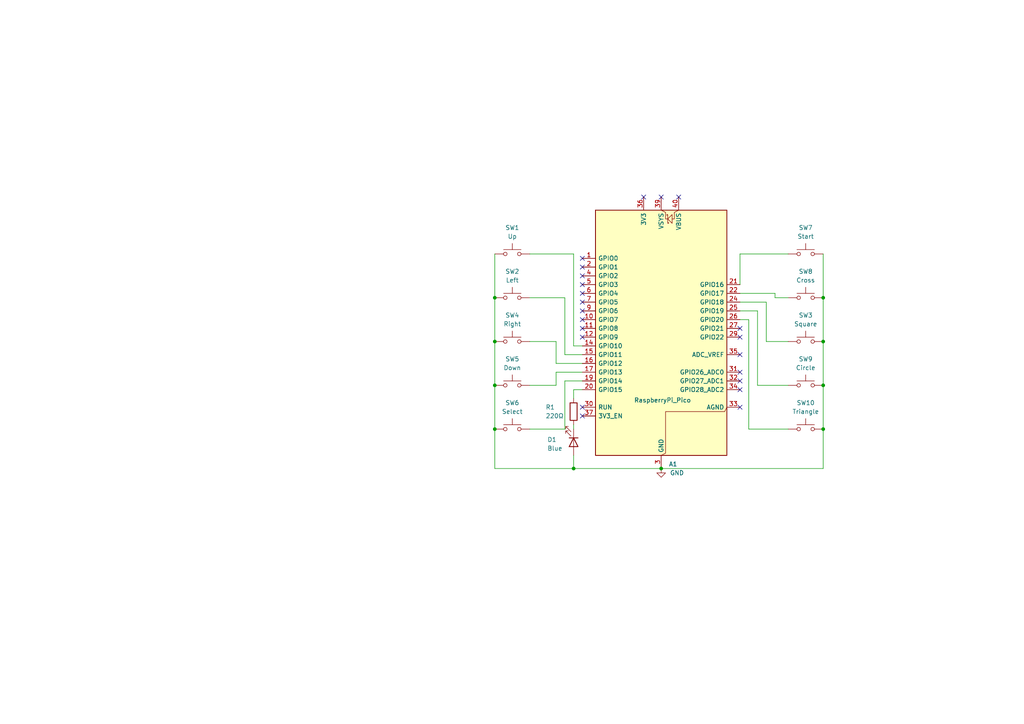
<source format=kicad_sch>
(kicad_sch (version 20231120) (generator "eeschema") (generator_version "8.0")
  (paper "A4")
  (title_block (title "Manette") (rev "0") (company "ICE EFREI"))
  (lib_symbols
    (symbol "Device:LED" (pin_numbers hide) (pin_names (offset 1.016) hide)
      (property "Reference" "D" (at 0 2.54 0))
      (property "Value" "LED" (at 0 -2.54 0))
      (symbol "LED_0_1"
        (polyline (pts (xy -1.27 -1.27) (xy -1.27 1.27)) (stroke (width 0.254)))
        (polyline (pts (xy -1.27 0) (xy 1.27 0)))
        (polyline (pts (xy 1.27 -1.27) (xy 1.27 1.27) (xy -1.27 0) (xy 1.27 -1.27)) (stroke (width 0.254)))
        (polyline (pts (xy -3.048 -0.762) (xy -4.572 -2.286) (xy -3.81 -2.286) (xy -4.572 -2.286) (xy -4.572 -1.524)))
        (polyline (pts (xy -1.778 -0.762) (xy -3.302 -2.286) (xy -2.54 -2.286) (xy -3.302 -2.286) (xy -3.302 -1.524)))
      )
      (symbol "LED_1_1"
        (pin passive line (at -3.81 0 0) (length 2.54) (name "K") (number "1"))
        (pin passive line (at 3.81 0 180) (length 2.54) (name "A") (number "2"))
      )
    )
    (symbol "Device:R" (pin_numbers hide) (pin_names (offset 0))
      (property "Reference" "R" (at 2.032 0 90))
      (property "Value" "R" (at 0 0 90))
      (symbol "R_0_1"
        (rectangle (start -1.016 -2.54) (end 1.016 2.54) (stroke (width 0.254)))
      )
      (symbol "R_1_1"
        (pin passive line (at 0 3.81 270) (length 1.27) (name "~") (number "1"))
        (pin passive line (at 0 -3.81 90) (length 1.27) (name "~") (number "2"))
      )
    )
    (symbol "MCU_Module_RaspberryPi_Pico:RaspberryPi_Pico" (pin_names (offset 0.762))
      (property "Reference" "A" (at -19.05 38.1 0))
      (property "Value" "RaspberryPi_Pico" (at 7.62 38.1 0))
      (symbol "RaspberryPi_Pico_0_1"
        (rectangle (start -19.05 36.83) (end 19.05 -34.29) (stroke (width 0.254)) (fill (type background)))
        (polyline (pts (xy 0 36.83) (xy 1.27 36.195) (xy 1.27 34.29) (xy 1.905 34.29)))
        (polyline (pts (xy 1.905 34.29) (xy 3.175 35.56) (xy 3.175 33.02) (xy 1.905 34.29)))
        (polyline (pts (xy 5.08 36.83) (xy 3.81 36.195) (xy 3.81 34.29) (xy 3.175 34.29)))
        (polyline (pts (xy 0 -34.29) (xy 1.27 -33.655) (xy 1.27 -21.59) (xy 18.415 -21.59) (xy 19.05 -20.32)))
        (polyline (pts (xy 1.651 35.306) (xy 1.651 35.56) (xy 1.905 35.56) (xy 1.905 33.02) (xy 2.159 33.02) (xy 2.159 33.274)))
      )
      (symbol "RaspberryPi_Pico_1_1"
        (pin bidirectional line (at -22.86 22.86 0) (length 3.81) (name "GPIO0") (number "1"))
        (pin bidirectional line (at -22.86 5.08 0) (length 3.81) (name "GPIO7") (number "10"))
        (pin bidirectional line (at -22.86 2.54 0) (length 3.81) (name "GPIO8") (number "11"))
        (pin bidirectional line (at -22.86 0 0) (length 3.81) (name "GPIO9") (number "12"))
        (pin passive line (at 0 -38.1 90) (length 3.81) hide (name "GND") (number "13"))
        (pin bidirectional line (at -22.86 -2.54 0) (length 3.81) (name "GPIO10") (number "14"))
        (pin bidirectional line (at -22.86 -5.08 0) (length 3.81) (name "GPIO11") (number "15"))
        (pin bidirectional line (at -22.86 -7.62 0) (length 3.81) (name "GPIO12") (number "16"))
        (pin bidirectional line (at -22.86 -10.16 0) (length 3.81) (name "GPIO13") (number "17"))
        (pin passive line (at 0 -38.1 90) (length 3.81) hide (name "GND") (number "18"))
        (pin bidirectional line (at -22.86 -12.7 0) (length 3.81) (name "GPIO14") (number "19"))
        (pin bidirectional line (at -22.86 20.32 0) (length 3.81) (name "GPIO1") (number "2"))
        (pin bidirectional line (at -22.86 -15.24 0) (length 3.81) (name "GPIO15") (number "20"))
        (pin bidirectional line (at 22.86 15.24 180) (length 3.81) (name "GPIO16") (number "21"))
        (pin bidirectional line (at 22.86 12.7 180) (length 3.81) (name "GPIO17") (number "22"))
        (pin passive line (at 0 -38.1 90) (length 3.81) hide (name "GND") (number "23"))
        (pin bidirectional line (at 22.86 10.16 180) (length 3.81) (name "GPIO18") (number "24"))
        (pin bidirectional line (at 22.86 7.62 180) (length 3.81) (name "GPIO19") (number "25"))
        (pin bidirectional line (at 22.86 5.08 180) (length 3.81) (name "GPIO20") (number "26"))
        (pin bidirectional line (at 22.86 2.54 180) (length 3.81) (name "GPIO21") (number "27"))
        (pin passive line (at 0 -38.1 90) (length 3.81) hide (name "GND") (number "28"))
        (pin bidirectional line (at 22.86 0 180) (length 3.81) (name "GPIO22") (number "29"))
        (pin power_out line (at 0 -38.1 90) (length 3.81) (name "GND") (number "3"))
        (pin input line (at -22.86 -20.32 0) (length 3.81) (name "RUN") (number "30"))
        (pin bidirectional line (at 22.86 -10.16 180) (length 3.81) (name "GPIO26_ADC0") (number "31"))
        (pin bidirectional line (at 22.86 -12.7 180) (length 3.81) (name "GPIO27_ADC1") (number "32"))
        (pin power_out line (at 22.86 -20.32 180) (length 3.81) (name "AGND") (number "33"))
        (pin bidirectional line (at 22.86 -15.24 180) (length 3.81) (name "GPIO28_ADC2") (number "34"))
        (pin power_in line (at 22.86 -5.08 180) (length 3.81) (name "ADC_VREF") (number "35"))
        (pin power_out line (at -5.08 40.64 270) (length 3.81) (name "3V3") (number "36"))
        (pin input line (at -22.86 -22.86 0) (length 3.81) (name "3V3_EN") (number "37"))
        (pin passive line (at 0 -38.1 90) (length 3.81) hide (name "GND") (number "38"))
        (pin power_in line (at 0 40.64 270) (length 3.81) (name "VSYS") (number "39"))
        (pin bidirectional line (at -22.86 17.78 0) (length 3.81) (name "GPIO2") (number "4"))
        (pin power_out line (at 5.08 40.64 270) (length 3.81) (name "VBUS") (number "40"))
        (pin bidirectional line (at -22.86 15.24 0) (length 3.81) (name "GPIO3") (number "5"))
        (pin bidirectional line (at -22.86 12.7 0) (length 3.81) (name "GPIO4") (number "6"))
        (pin bidirectional line (at -22.86 10.16 0) (length 3.81) (name "GPIO5") (number "7"))
        (pin passive line (at 0 -38.1 90) (length 3.81) hide (name "GND") (number "8"))
        (pin bidirectional line (at -22.86 7.62 0) (length 3.81) (name "GPIO6") (number "9"))
      )
    )
    (symbol "Switch:SW_Push" (pin_numbers hide) (pin_names (offset 1.016) hide)
      (property "Reference" "SW" (at 1.27 2.54 0))
      (property "Value" "SW_Push" (at 0 -1.524 0))
      (symbol "SW_Push_0_1"
        (circle (center -2.032 0) (radius 0.508))
        (polyline (pts (xy 0 1.27) (xy 0 3.048)))
        (polyline (pts (xy 2.54 1.27) (xy -2.54 1.27)))
        (circle (center 2.032 0) (radius 0.508))
        (pin passive line (at -5.08 0 0) (length 2.54) (name "1") (number "1"))
        (pin passive line (at 5.08 0 180) (length 2.54) (name "2") (number "2"))
      )
    )
    (symbol "power:GND" (power) (pin_numbers hide) (pin_names (offset 0) hide)
      (property "Value" "GND" (at 0 -3.81 0))
      (symbol "GND_0_1"
        (polyline (pts (xy 0 0) (xy 0 -1.27) (xy 1.27 -1.27) (xy 0 -2.54) (xy -1.27 -1.27) (xy 0 -1.27)))
      )
      (symbol "GND_1_1"
        (pin power_in line (at 0 0 270) (length 0) (name "~") (number "1"))
      )
    )
  )
  (junction (at 143.51 99.06))
  (junction (at 143.51 86.36))
  (junction (at 143.51 124.46))
  (junction (at 238.76 99.06))
  (junction (at 143.51 111.76))
  (junction (at 238.76 86.36))
  (junction (at 238.76 111.76))
  (junction (at 238.76 124.46))
  (junction (at 191.77 135.89))
  (junction (at 166.37 135.89))
  (no_connect (at 168.91 120.65))
  (no_connect (at 168.91 77.47))
  (no_connect (at 214.63 95.25))
  (no_connect (at 168.91 87.63))
  (no_connect (at 214.63 107.95))
  (no_connect (at 168.91 74.93))
  (no_connect (at 168.91 95.25))
  (no_connect (at 168.91 85.09))
  (no_connect (at 214.63 110.49))
  (no_connect (at 168.91 118.11))
  (no_connect (at 214.63 113.03))
  (no_connect (at 168.91 90.17))
  (no_connect (at 214.63 97.79))
  (no_connect (at 168.91 80.01))
  (no_connect (at 214.63 118.11))
  (no_connect (at 214.63 102.87))
  (no_connect (at 168.91 92.71))
  (no_connect (at 168.91 82.55))
  (no_connect (at 191.77 57.15))
  (no_connect (at 168.91 97.79))
  (no_connect (at 196.85 57.15))
  (no_connect (at 186.69 57.15))
  (wire (pts (xy 219.71 90.17) (xy 214.63 90.17)))
  (wire (pts (xy 217.17 124.46) (xy 217.17 92.71)))
  (wire (pts (xy 238.76 86.36) (xy 238.76 99.06)))
  (wire (pts (xy 153.67 86.36) (xy 163.83 86.36)))
  (wire (pts (xy 217.17 92.71) (xy 214.63 92.71)))
  (wire (pts (xy 228.6 73.66) (xy 214.63 73.66)))
  (wire (pts (xy 228.6 124.46) (xy 217.17 124.46)))
  (wire (pts (xy 143.51 124.46) (xy 143.51 135.89)))
  (wire (pts (xy 153.67 99.06) (xy 161.29 99.06)))
  (wire (pts (xy 238.76 111.76) (xy 238.76 124.46)))
  (wire (pts (xy 161.29 111.76) (xy 161.29 107.95)))
  (wire (pts (xy 143.51 86.36) (xy 143.51 99.06)))
  (wire (pts (xy 166.37 115.57) (xy 166.37 113.03)))
  (wire (pts (xy 161.29 99.06) (xy 161.29 105.41)))
  (wire (pts (xy 153.67 73.66) (xy 166.37 73.66)))
  (wire (pts (xy 153.67 124.46) (xy 163.83 124.46)))
  (wire (pts (xy 224.79 86.36) (xy 228.6 86.36)))
  (wire (pts (xy 166.37 124.46) (xy 166.37 123.19)))
  (wire (pts (xy 238.76 135.89) (xy 191.77 135.89)))
  (wire (pts (xy 166.37 113.03) (xy 168.91 113.03)))
  (wire (pts (xy 238.76 99.06) (xy 238.76 111.76)))
  (wire (pts (xy 238.76 73.66) (xy 238.76 86.36)))
  (wire (pts (xy 214.63 85.09) (xy 224.79 85.09)))
  (wire (pts (xy 163.83 124.46) (xy 163.83 110.49)))
  (wire (pts (xy 161.29 105.41) (xy 168.91 105.41)))
  (wire (pts (xy 214.63 73.66) (xy 214.63 82.55)))
  (wire (pts (xy 219.71 111.76) (xy 219.71 90.17)))
  (wire (pts (xy 163.83 102.87) (xy 168.91 102.87)))
  (wire (pts (xy 153.67 111.76) (xy 161.29 111.76)))
  (wire (pts (xy 143.51 99.06) (xy 143.51 111.76)))
  (wire (pts (xy 166.37 132.08) (xy 166.37 135.89)))
  (wire (pts (xy 166.37 73.66) (xy 166.37 100.33)))
  (wire (pts (xy 166.37 100.33) (xy 168.91 100.33)))
  (wire (pts (xy 222.25 87.63) (xy 214.63 87.63)))
  (wire (pts (xy 163.83 86.36) (xy 163.83 102.87)))
  (wire (pts (xy 143.51 73.66) (xy 143.51 86.36)))
  (wire (pts (xy 222.25 99.06) (xy 222.25 87.63)))
  (wire (pts (xy 238.76 124.46) (xy 238.76 135.89)))
  (wire (pts (xy 166.37 135.89) (xy 191.77 135.89)))
  (wire (pts (xy 163.83 110.49) (xy 168.91 110.49)))
  (wire (pts (xy 161.29 107.95) (xy 168.91 107.95)))
  (wire (pts (xy 143.51 111.76) (xy 143.51 124.46)))
  (wire (pts (xy 143.51 135.89) (xy 166.37 135.89)))
  (wire (pts (xy 228.6 99.06) (xy 222.25 99.06)))
  (wire (pts (xy 228.6 111.76) (xy 219.71 111.76)))
  (wire (pts (xy 224.79 85.09) (xy 224.79 86.36)))
  (symbol (lib_id "power:GND") (at 191.77 135.89 0) (unit 1)
    (property "Reference" "#PWR6" (effects (hide yes)))
    (property "Value" "GND" (at 194.31 137.1599 0) (effects (justify left)))
    (property "Description" "Power symbol creates a global label with name \"GND\" , ground" (effects (hide yes)))
  )
  (symbol (lib_id "Device:LED") (at 166.37 128.27 270) (unit 1)
    (property "Reference" "D1" (at 158.75 127.508 90) (effects (justify left)))
    (property "Value" "Blue" (at 158.75 130.048 90) (effects (justify left)))
    (property "Footprint" "LED_THT:LED_D5.0mm" (effects (hide yes)))
    (property "Description" "Light emitting diode" (effects (hide yes)))
  )
  (symbol (lib_id "Device:R") (at 166.37 119.38 0) (unit 1)
    (property "Reference" "R1" (at 158.242 118.11 0) (effects (justify left)))
    (property "Value" "220Ω" (at 158.242 120.65 0) (effects (justify left)))
    (property "Footprint" "Resistor_THT:R_Axial_DIN0309_L9.0mm_D3.2mm_P12.70mm_Horizontal" (effects (hide yes)))
    (property "Description" "Resistor" (effects (hide yes)))
  )
  (symbol (lib_id "Switch:SW_Push") (at 233.68 124.46 0) (unit 1)
    (property "Reference" "SW10" (at 233.68 116.84 0))
    (property "Value" "Triangle" (at 233.68 119.38 0))
    (property "Footprint" "Button_Switch_THT:SW_PUSH_6mm_H4.3mm" (effects (hide yes)))
    (property "Description" "Push button switch, generic, two pins" (effects (hide yes)))
  )
  (symbol (lib_id "Switch:SW_Push") (at 233.68 99.06 0) (unit 1)
    (property "Reference" "SW3" (at 233.68 91.44 0))
    (property "Value" "Square" (at 233.68 93.98 0))
    (property "Footprint" "Button_Switch_THT:SW_PUSH_6mm_H4.3mm" (effects (hide yes)))
    (property "Description" "Push button switch, generic, two pins" (effects (hide yes)))
  )
  (symbol (lib_id "Switch:SW_Push") (at 148.59 99.06 0) (unit 1)
    (property "Reference" "SW4" (at 148.59 91.44 0))
    (property "Value" "Right" (at 148.59 93.98 0))
    (property "Footprint" "Button_Switch_THT:SW_PUSH_6mm_H4.3mm" (effects (hide yes)))
    (property "Description" "Push button switch, generic, two pins" (effects (hide yes)))
  )
  (symbol (lib_id "MCU_Module_RaspberryPi_Pico:RaspberryPi_Pico") (at 191.77 97.79 0) (unit 1)
    (property "Reference" "A1" (at 193.9641 134.62 0) (effects (justify left)))
    (property "Value" "RaspberryPi_Pico" (at 183.896 116.078 0) (effects (justify left)))
    (property "Footprint" "Module_RaspberryPi_Pico:RaspberryPi_Pico_Common" (effects (hide yes)))
    (property "Datasheet" "https://datasheets.raspberrypi.com/pico/pico-datasheet.pdf" (effects (hide yes)))
    (property "Description" "Versatile and inexpensive microcontroller module powered by RP2040 dual-core Arm Cortex-M0+ processor up to 133 MHz, 264kB SRAM, 2MB QSPI flash" (effects (hide yes)))
  )
  (symbol (lib_id "Switch:SW_Push") (at 148.59 111.76 0) (unit 1)
    (property "Reference" "SW5" (at 148.59 104.14 0))
    (property "Value" "Down" (at 148.59 106.68 0))
    (property "Footprint" "Button_Switch_THT:SW_PUSH_6mm_H4.3mm" (effects (hide yes)))
    (property "Description" "Push button switch, generic, two pins" (effects (hide yes)))
  )
  (symbol (lib_id "Switch:SW_Push") (at 233.68 73.66 0) (unit 1)
    (property "Reference" "SW7" (at 233.68 66.04 0))
    (property "Value" "Start" (at 233.68 68.58 0))
    (property "Footprint" "Button_Switch_THT:SW_PUSH_6mm_H4.3mm" (effects (hide yes)))
    (property "Description" "Push button switch, generic, two pins" (effects (hide yes)))
  )
  (symbol (lib_id "Switch:SW_Push") (at 233.68 86.36 0) (unit 1)
    (property "Reference" "SW8" (at 233.68 78.74 0))
    (property "Value" "Cross" (at 233.68 81.28 0))
    (property "Footprint" "Button_Switch_THT:SW_PUSH_6mm_H4.3mm" (effects (hide yes)))
    (property "Description" "Push button switch, generic, two pins" (effects (hide yes)))
  )
  (symbol (lib_id "Switch:SW_Push") (at 148.59 124.46 0) (unit 1)
    (property "Reference" "SW6" (at 148.59 116.84 0))
    (property "Value" "Select" (at 148.59 119.38 0))
    (property "Footprint" "Button_Switch_THT:SW_PUSH_6mm_H4.3mm" (effects (hide yes)))
    (property "Description" "Push button switch, generic, two pins" (effects (hide yes)))
  )
  (symbol (lib_id "Switch:SW_Push") (at 148.59 73.66 0) (unit 1)
    (property "Reference" "SW1" (at 148.59 66.04 0))
    (property "Value" "Up" (at 148.59 68.58 0))
    (property "Footprint" "Button_Switch_THT:SW_PUSH_6mm_H4.3mm" (effects (hide yes)))
    (property "Description" "Push button switch, generic, two pins" (effects (hide yes)))
  )
  (symbol (lib_id "Switch:SW_Push") (at 233.68 111.76 0) (unit 1)
    (property "Reference" "SW9" (at 233.68 104.14 0))
    (property "Value" "Circle" (at 233.68 106.68 0))
    (property "Footprint" "Button_Switch_THT:SW_PUSH_6mm_H4.3mm" (effects (hide yes)))
    (property "Description" "Push button switch, generic, two pins" (effects (hide yes)))
  )
  (symbol (lib_id "Switch:SW_Push") (at 148.59 86.36 0) (unit 1)
    (property "Reference" "SW2" (at 148.59 78.74 0))
    (property "Value" "Left" (at 148.59 81.28 0))
    (property "Footprint" "Button_Switch_THT:SW_PUSH_6mm_H4.3mm" (effects (hide yes)))
    (property "Description" "Push button switch, generic, two pins" (effects (hide yes)))
  )
)
</source>
